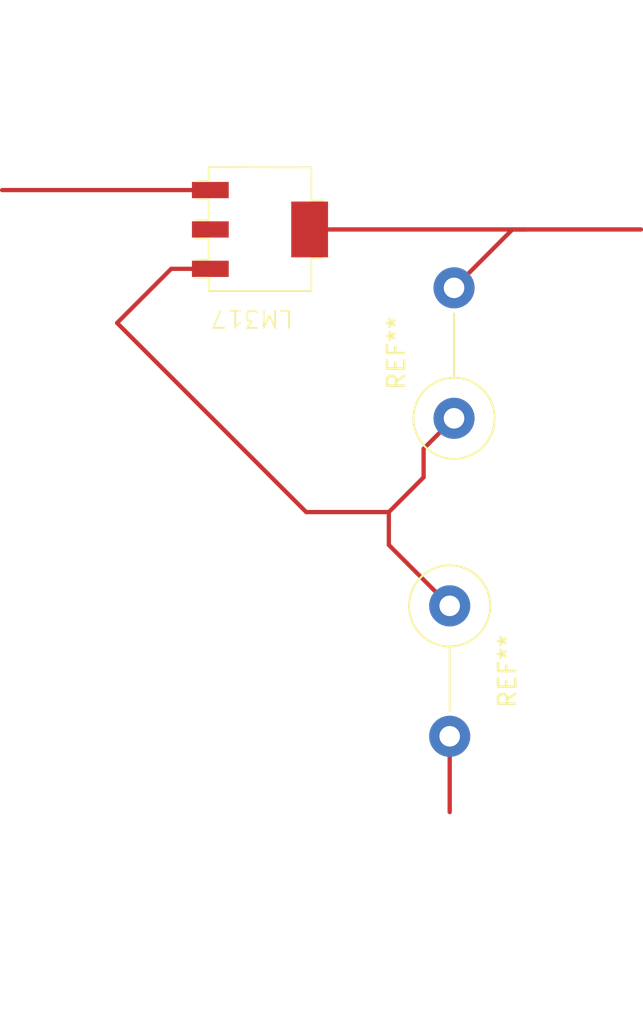
<source format=kicad_pcb>
(kicad_pcb (version 20221018) (generator pcbnew)
  (layers (0 "F.Cu" signal) (31 "B.Cu" signal) (34 "B.Paste" user) (35 "F.Paste" user) (36 "B.SilkS" user "B.Silkscreen") (37 "F.SilkS" user "F.Silkscreen") (38 "B.Mask" user) (39 "F.Mask" user) (44 "Edge.Cuts" user))
  (net 0 "")
  (footprint "digikey-footprints:LM317" (layer "F.Cu") (at 152.4 89.154 180)
    (fp_text reference "LM317" (at -0.127 -5.207 180 unlocked) (layer "F.SilkS") (effects (font (thickness 0.1))))
    (fp_text value "LM317")
    (fp_line (start -4.28 1.68) (end -3.6 1.68) (stroke (width 0.1)) (layer "F.SilkS"))
    (fp_line (start -3.6 -3.205) (end -3.6 -3.6) (stroke (width 0.1)) (layer "F.SilkS"))
    (fp_line (start -3.6 -3.205) (end -3.6 -1.68) (stroke (width 0.1)) (layer "F.SilkS"))
    (fp_line (start -3.6 -1.68) (end -4.2 -1.68) (stroke (width 0.1)) (layer "F.SilkS"))
    (fp_line (start -3.6 1.68) (end -3.6 3.09) (stroke (width 0.1)) (layer "F.SilkS"))
    (fp_line (start -3.6 3.09) (end -3.6 3.63) (stroke (width 0.1)) (layer "F.SilkS"))
    (fp_line (start -3.205 3.63) (end -3.6 3.63) (stroke (width 0.1)) (layer "F.SilkS"))
    (fp_line (start -3.205 3.63) (end 2.4 3.635) (stroke (width 0.1)) (layer "F.SilkS"))
    (fp_line (start 2.005 -3.6) (end 2.395 -3.6) (stroke (width 0.1)) (layer "F.SilkS"))
    (fp_line (start 2.335 -3.6) (end -3.6 -3.6) (stroke (width 0.1)) (layer "F.SilkS"))
    (fp_line (start 2.395 -3.06) (end 2.395 -3.6) (stroke (width 0.1)) (layer "F.SilkS"))
    (fp_line (start 2.395 -2.82) (end 2.395 -3.06) (stroke (width 0.1)) (layer "F.SilkS"))
    (fp_line (start 2.4 -1.78) (end 3.14 -1.78) (stroke (width 0.1)) (layer "F.SilkS"))
    (fp_line (start 2.4 -0.54) (end 2.4 -1.78) (stroke (width 0.1)) (layer "F.SilkS"))
    (fp_line (start 2.4 0.53) (end 3.14 0.53) (stroke (width 0.1)) (layer "F.SilkS"))
    (fp_line (start 2.4 1.78) (end 2.4 0.53) (stroke (width 0.1)) (layer "F.SilkS"))
    (fp_line (start 2.4 2.82) (end 3.08 2.82) (stroke (width 0.1)) (layer "F.SilkS"))
    (fp_line (start 2.4 3.245) (end 2.4 2.82) (stroke (width 0.1)) (layer "F.SilkS"))
    (fp_line (start 2.4 3.245) (end 2.4 3.635) (stroke (width 0.1)) (layer "F.SilkS"))
    (fp_line (start 3.09 1.78) (end 2.4 1.78) (stroke (width 0.1)) (layer "F.SilkS"))
    (fp_line (start 3.16 -0.53) (end 2.4 -0.52) (stroke (width 0.1)) (layer "F.SilkS"))
    (fp_line (start 3.19 -2.82) (end 2.395 -2.82) (stroke (width 0.1)) (layer "F.SilkS"))
    (pad "ADJUST" smd rect (at 2.3 -2.3 270) (size 0.95 2.15) (layers "F.Cu" "F.Paste" "F.Mask"))
    (pad "INPUT" smd rect (at 2.3 2.3 270) (size 0.95 2.15) (layers "F.Cu" "F.Paste" "F.Mask"))
    (pad "OUTPUT" smd rect (at -3.5 0) (size 2.15 3.26) (layers "F.Cu" "F.Paste" "F.Mask"))
    (pad "OUTPUT" smd rect (at 2.3 0 270) (size 0.95 2.15) (layers "F.Cu" "F.Paste" "F.Mask"))
  )
  (footprint "Resistor_THT:R_Axial_DIN0414_L11.9mm_D4.5mm_P7.62mm_Vertical" (layer "F.Cu") (at 164.084 111.142 -90)
    (fp_text reference "REF**" (at 3.81 -3.37 90) (layer "F.SilkS"))
    (fp_text value "R_Axial_DIN0414_L11.9mm_D4.5mm_P7.62mm_Vertical")
    (fp_line (start 2.37 0) (end 6.12 0) (stroke (width 0.12)) (layer "F.SilkS"))
    (fp_circle (center 0 0) (end 2.37 0) (stroke (width 0.12)) (fill none) (layer "F.SilkS"))
    (pad "1" thru_hole circle (at 0 0 270) (size 2.4 2.4) (drill 1.2) (layers "*.Cu" "*.Mask"))
    (pad "2" thru_hole oval (at 7.62 0 270) (size 2.4 2.4) (drill 1.2) (layers "*.Cu" "*.Mask"))
  )
  (footprint "Resistor_THT:R_Axial_DIN0414_L11.9mm_D4.5mm_P7.62mm_Vertical" (layer "F.Cu") (at 164.338 100.186 90)
    (fp_text reference "REF**" (at 3.81 -3.37 90) (layer "F.SilkS"))
    (fp_text value "R_Axial_DIN0414_L11.9mm_D4.5mm_P7.62mm_Vertical")
    (fp_line (start 2.37 0) (end 6.12 0) (stroke (width 0.12)) (layer "F.SilkS"))
    (fp_circle (center 0 0) (end 2.37 0) (stroke (width 0.12)) (fill none) (layer "F.SilkS"))
    (pad "1" thru_hole circle (at 0 0 90) (size 2.4 2.4) (drill 1.2) (layers "*.Cu" "*.Mask"))
    (pad "2" thru_hole oval (at 7.62 0 90) (size 2.4 2.4) (drill 1.2) (layers "*.Cu" "*.Mask"))
  )
  (segment (start 160.528 105.664) (end 162.56 103.632) (width 0.25) (layer "F.Cu") (net 0))
  (segment (start 168.529 89.154) (end 175.26 89.154) (width 0.25) (layer "F.Cu") (net 0))
  (segment (start 144.653 94.615) (end 155.702 105.664) (width 0.25) (layer "F.Cu") (net 0))
  (segment (start 162.56 101.964) (end 162.56 103.632) (width 0.25) (layer "F.Cu") (net 0))
  (segment (start 160.528 107.586) (end 164.084 111.142) (width 0.25) (layer "F.Cu") (net 0))
  (segment (start 155.702 105.664) (end 160.528 105.664) (width 0.25) (layer "F.Cu") (net 0))
  (segment (start 150.1 91.454) (end 147.814 91.454) (width 0.25) (layer "F.Cu") (net 0))
  (segment (start 167.75 89.154) (end 168.529 89.154) (width 0.25) (layer "F.Cu") (net 0))
  (segment (start 164.338 100.186) (end 162.56 101.964) (width 0.25) (layer "F.Cu") (net 0))
  (segment (start 147.814 91.454) (end 144.653 94.615) (width 0.25) (layer "F.Cu") (net 0))
  (segment (start 164.338 92.566) (end 167.75 89.154) (width 0.25) (layer "F.Cu") (net 0))
  (segment (start 150.1 86.854) (end 137.936 86.854) (width 0.25) (layer "F.Cu") (net 0))
  (segment (start 160.528 105.664) (end 160.528 107.586) (width 0.25) (layer "F.Cu") (net 0))
  (segment (start 164.084 118.762) (end 164.084 123.19) (width 0.25) (layer "F.Cu") (net 0))
  (segment (start 155.9 89.154) (end 168.529 89.154) (width 0.25) (layer "F.Cu") (net 0))
)
</source>
